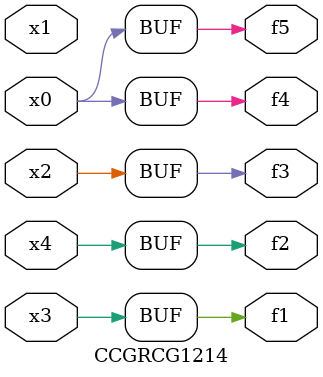
<source format=v>
module CCGRCG1214(
	input x0, x1, x2, x3, x4,
	output f1, f2, f3, f4, f5
);
	assign f1 = x3;
	assign f2 = x4;
	assign f3 = x2;
	assign f4 = x0;
	assign f5 = x0;
endmodule

</source>
